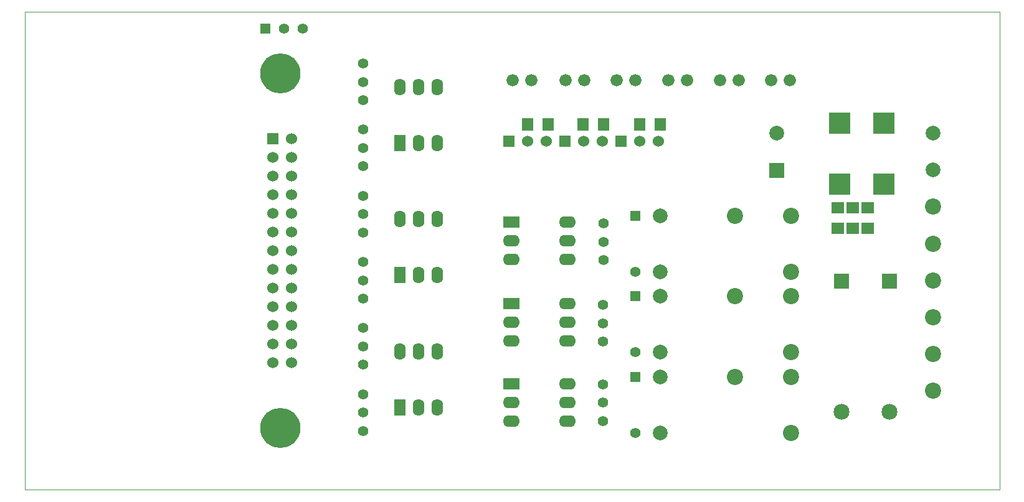
<source format=gbr>
%FSLAX46Y46*%
G04 Gerber Fmt 4.6, Leading zero omitted, Abs format (unit mm)*
G04 Created by KiCad (PCBNEW (2014-jul-16 BZR unknown)-product) date Mon 06 Oct 2014 10:40:32 AM CEST*
%MOMM*%
G01*
G04 APERTURE LIST*
%ADD10C,0.100000*%
%ADD11R,1.998980X1.998980*%
%ADD12C,1.998980*%
%ADD13R,1.803400X1.600200*%
%ADD14C,1.676400*%
%ADD15R,1.397000X1.397000*%
%ADD16C,1.397000*%
%ADD17C,2.159000*%
%ADD18R,2.159000X2.159000*%
%ADD19R,1.574800X2.286000*%
%ADD20O,1.574800X2.286000*%
%ADD21R,2.286000X1.574800*%
%ADD22O,2.286000X1.574800*%
%ADD23R,1.524000X1.524000*%
%ADD24C,1.524000*%
%ADD25C,2.000000*%
%ADD26C,2.200000*%
%ADD27C,5.461000*%
%ADD28R,1.600200X1.803400*%
%ADD29C,1.400000*%
%ADD30R,3.000000X3.000000*%
G04 APERTURE END LIST*
D10*
X0Y65000000D02*
X30000000Y65000000D01*
X0Y0D02*
X0Y65000000D01*
X30000000Y0D02*
X0Y0D01*
X132500000Y65000000D02*
X30000000Y65000000D01*
X132500000Y0D02*
X30000000Y0D01*
X132500000Y0D02*
X132500000Y65000000D01*
D11*
X102250000Y43460000D03*
D12*
X102250000Y48540000D03*
D13*
X110500000Y38397000D03*
X110500000Y35603000D03*
X112560000Y38397000D03*
X112560000Y35603000D03*
X114560000Y38397000D03*
X114560000Y35603000D03*
D14*
X66330000Y55750000D03*
X68870000Y55750000D03*
X73480000Y55750000D03*
X76020000Y55750000D03*
X80480000Y55750000D03*
X83020000Y55750000D03*
X101480000Y55750000D03*
X104020000Y55750000D03*
X94480000Y55750000D03*
X97020000Y55750000D03*
X87480000Y55750000D03*
X90020000Y55750000D03*
D15*
X83000000Y37310000D03*
D16*
X83000000Y29690000D03*
D15*
X83000000Y26310000D03*
D16*
X83000000Y18690000D03*
D15*
X83000000Y15310000D03*
D16*
X83000000Y7690000D03*
D17*
X111000000Y10610000D03*
D18*
X111000000Y28390000D03*
D17*
X117500000Y10610000D03*
D18*
X117500000Y28390000D03*
D19*
X50960000Y47190000D03*
D20*
X53500000Y47190000D03*
X56040000Y47190000D03*
X56040000Y54810000D03*
X53500000Y54810000D03*
X50960000Y54810000D03*
D19*
X50960000Y29190000D03*
D20*
X53500000Y29190000D03*
X56040000Y29190000D03*
X56040000Y36810000D03*
X53500000Y36810000D03*
X50960000Y36810000D03*
D19*
X50960000Y11190000D03*
D20*
X53500000Y11190000D03*
X56040000Y11190000D03*
X56040000Y18810000D03*
X53500000Y18810000D03*
X50960000Y18810000D03*
D21*
X66140000Y36390000D03*
D22*
X66140000Y33850000D03*
X66140000Y31310000D03*
X73760000Y31310000D03*
X73760000Y33850000D03*
X73760000Y36390000D03*
D21*
X66140000Y25290000D03*
D22*
X66140000Y22750000D03*
X66140000Y20210000D03*
X73760000Y20210000D03*
X73760000Y22750000D03*
X73760000Y25290000D03*
D21*
X66140000Y14390000D03*
D22*
X66140000Y11850000D03*
X66140000Y9310000D03*
X73760000Y9310000D03*
X73760000Y11850000D03*
X73760000Y14390000D03*
D23*
X65790000Y47410000D03*
D24*
X68330000Y47410000D03*
X70870000Y47410000D03*
D23*
X73410000Y47410000D03*
D24*
X75950000Y47410000D03*
X78490000Y47410000D03*
D23*
X81030000Y47410000D03*
D24*
X83570000Y47410000D03*
X86110000Y47410000D03*
D25*
X123500000Y43500000D03*
X123500000Y48500000D03*
D26*
X123500000Y13500000D03*
X123500000Y18500000D03*
X123500000Y23500000D03*
X123500000Y28500000D03*
X123500000Y33500000D03*
X123500000Y38500000D03*
D23*
X33730000Y47740000D03*
D24*
X36270000Y47740000D03*
X33730000Y45200000D03*
X36270000Y45200000D03*
X33730000Y42660000D03*
X36270000Y42660000D03*
X33730000Y40120000D03*
X36270000Y40120000D03*
X33730000Y37580000D03*
X36270000Y37580000D03*
X33730000Y35040000D03*
X36270000Y35040000D03*
X33730000Y32500000D03*
X36270000Y32500000D03*
X33730000Y29960000D03*
X36270000Y29960000D03*
X33730000Y27420000D03*
X36270000Y27420000D03*
X33730000Y24880000D03*
X36270000Y24880000D03*
D27*
X34746000Y56630000D03*
D24*
X33730000Y22340000D03*
X36270000Y22340000D03*
X33730000Y19800000D03*
X36270000Y19800000D03*
X33730000Y17260000D03*
X36270000Y17260000D03*
D27*
X34746000Y8370000D03*
D15*
X32710000Y62750000D03*
D16*
X35250000Y62750000D03*
X37790000Y62750000D03*
D28*
X71147000Y49750000D03*
X68353000Y49750000D03*
X75853000Y49750000D03*
X78647000Y49750000D03*
X83603000Y49750000D03*
X86397000Y49750000D03*
D29*
X46000000Y49000000D03*
X46000000Y46500000D03*
X46000000Y44000000D03*
X46000000Y31000000D03*
X46000000Y28500000D03*
X46000000Y26000000D03*
X46000000Y13000000D03*
X46000000Y10500000D03*
X46000000Y8000000D03*
X46000000Y58000000D03*
X46000000Y55500000D03*
X46000000Y53000000D03*
X46000000Y40000000D03*
X46000000Y37500000D03*
X46000000Y35000000D03*
X78650000Y36250000D03*
X78650000Y33750000D03*
X78650000Y31250000D03*
X78550000Y25150000D03*
X78550000Y22650000D03*
X78550000Y20150000D03*
X78550000Y14350000D03*
X78550000Y11850000D03*
X78550000Y9350000D03*
X46000000Y22000000D03*
X46000000Y19500000D03*
X46000000Y17000000D03*
D26*
X96500000Y37310000D03*
X104120000Y29690000D03*
X104120000Y37310000D03*
D25*
X86340000Y37310000D03*
X86340000Y29690000D03*
D26*
X96500000Y26310000D03*
X104120000Y18690000D03*
X104120000Y26310000D03*
D25*
X86340000Y26310000D03*
X86340000Y18690000D03*
D26*
X96500000Y15310000D03*
X104120000Y7690000D03*
X104120000Y15310000D03*
D25*
X86340000Y15310000D03*
X86340000Y7690000D03*
D30*
X116750000Y49900000D03*
X116750000Y41600000D03*
X110750000Y49900000D03*
X110750000Y41600000D03*
M02*

</source>
